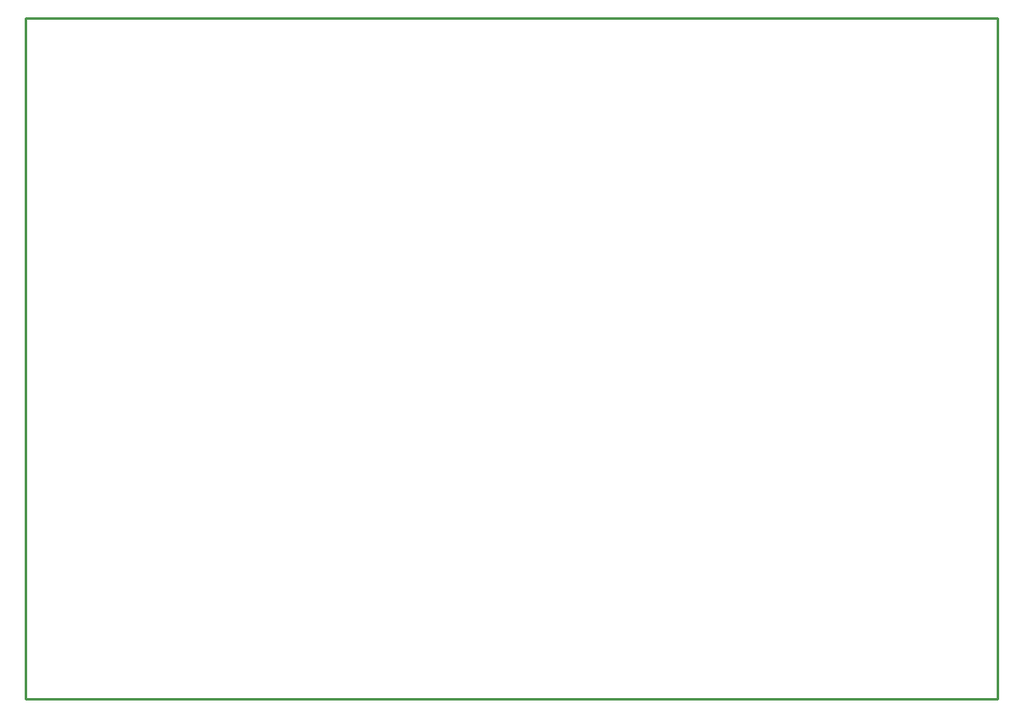
<source format=gko>
G04 Layer: BoardOutlineLayer*
G04 EasyEDA v6.5.46, 2025-03-12 12:44:04*
G04 43a005aebb1148eda2c6f0889f11ea4c,3f48c7b914b54ba696cb8a095b2acdd1,10*
G04 Gerber Generator version 0.2*
G04 Scale: 100 percent, Rotated: No, Reflected: No *
G04 Dimensions in inches *
G04 leading zeros omitted , absolute positions ,3 integer and 6 decimal *
%FSLAX36Y36*%
%MOIN*%

%ADD10C,0.0100*%
D10*
X0Y0D02*
G01*
X3937010Y0D01*
X3937010Y-2755909D01*
X0Y-2755909D01*
X0Y0D01*

%LPD*%
M02*

</source>
